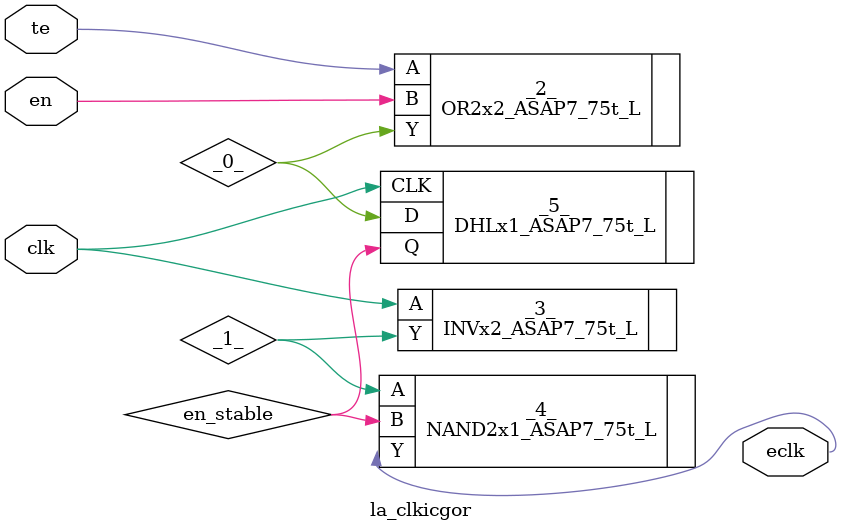
<source format=v>

/* Generated by Yosys 0.37 (git sha1 a5c7f69ed, clang 14.0.0-1ubuntu1.1 -fPIC -Os) */

module la_clkicgor(clk, te, en, eclk);
  wire _0_;
  wire _1_;
  input clk;
  wire clk;
  output eclk;
  wire eclk;
  input en;
  wire en;
  wire en_stable;
  input te;
  wire te;
  OR2x2_ASAP7_75t_L _2_ (
    .A(te),
    .B(en),
    .Y(_0_)
  );
  INVx2_ASAP7_75t_L _3_ (
    .A(clk),
    .Y(_1_)
  );
  NAND2x1_ASAP7_75t_L _4_ (
    .A(_1_),
    .B(en_stable),
    .Y(eclk)
  );
  DHLx1_ASAP7_75t_L _5_ (
    .CLK(clk),
    .D(_0_),
    .Q(en_stable)
  );
endmodule

</source>
